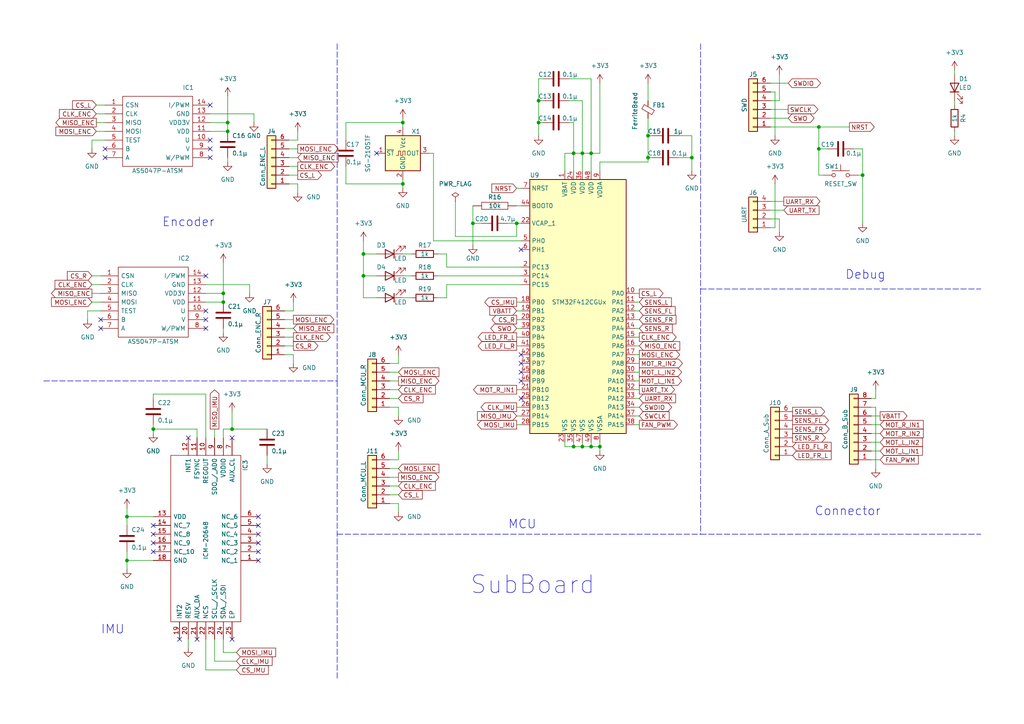
<source format=kicad_sch>
(kicad_sch (version 20211123) (generator eeschema)
  (paper "A4")
  (lib_symbols
    (symbol "Connector_Generic:Conn_01x04" (pin_names (offset 1.016) hide)
      (property "Reference" "J" (at 0 5.08 0))
      (property "Value" "Conn_01x04" (at 0 -7.62 0))
      (symbol "Conn_01x04_1_1"
        (pin passive line (at -5.08 2.54 0) (length 3.81) (name "Pin_1") (number "1"))
        (pin passive line (at -5.08 0 0) (length 3.81) (name "Pin_2") (number "2"))
        (pin passive line (at -5.08 -2.54 0) (length 3.81) (name "Pin_3") (number "3"))
        (pin passive line (at -5.08 -5.08 0) (length 3.81) (name "Pin_4") (number "4"))
      )
    )
    (symbol "Connector_Generic:Conn_01x06" (pin_names (offset 1.016) hide)
      (property "Reference" "J" (at 0 7.62 0))
      (property "Value" "Conn_01x06" (at 0 -10.16 0))
      (symbol "Conn_01x06_1_1"
        (pin passive line (at -5.08 5.08 0) (length 3.81) (name "Pin_1") (number "1"))
        (pin passive line (at -5.08 2.54 0) (length 3.81) (name "Pin_2") (number "2"))
        (pin passive line (at -5.08 0 0) (length 3.81) (name "Pin_3") (number "3"))
        (pin passive line (at -5.08 -2.54 0) (length 3.81) (name "Pin_4") (number "4"))
        (pin passive line (at -5.08 -5.08 0) (length 3.81) (name "Pin_5") (number "5"))
        (pin passive line (at -5.08 -7.62 0) (length 3.81) (name "Pin_6") (number "6"))
      )
    )
    (symbol "Connector_Generic:Conn_01x08" (pin_names (offset 1.016) hide)
      (property "Reference" "J" (at 0 10.16 0))
      (property "Value" "Conn_01x08" (at 0 -12.7 0))
      (symbol "Conn_01x08_1_1"
        (pin passive line (at -5.08 7.62 0) (length 3.81) (name "Pin_1") (number "1"))
        (pin passive line (at -5.08 5.08 0) (length 3.81) (name "Pin_2") (number "2"))
        (pin passive line (at -5.08 2.54 0) (length 3.81) (name "Pin_3") (number "3"))
        (pin passive line (at -5.08 0 0) (length 3.81) (name "Pin_4") (number "4"))
        (pin passive line (at -5.08 -2.54 0) (length 3.81) (name "Pin_5") (number "5"))
        (pin passive line (at -5.08 -5.08 0) (length 3.81) (name "Pin_6") (number "6"))
        (pin passive line (at -5.08 -7.62 0) (length 3.81) (name "Pin_7") (number "7"))
        (pin passive line (at -5.08 -10.16 0) (length 3.81) (name "Pin_8") (number "8"))
      )
    )
    (symbol "Device:C" (pin_numbers hide) (pin_names (offset 0.254))
      (property "Reference" "C" (at 0.635 2.54 0))
      (property "Value" "C" (at 0.635 -2.54 0))
      (symbol "C_1_1"
        (pin passive line (at 0 3.81 270) (length 2.794) (name "~") (number "1"))
        (pin passive line (at 0 -3.81 90) (length 2.794) (name "~") (number "2"))
      )
    )
    (symbol "Device:FerriteBead_Small" (pin_numbers hide) (pin_names (offset 0))
      (property "Reference" "FB" (at 1.905 1.27 0))
      (property "Value" "FerriteBead_Small" (at 1.905 -1.27 0))
      (symbol "FerriteBead_Small_1_1"
        (pin passive line (at 0 2.54 270) (length 1.27) (name "~") (number "1"))
        (pin passive line (at 0 -2.54 90) (length 1.27) (name "~") (number "2"))
      )
    )
    (symbol "Device:LED" (pin_numbers hide) (pin_names (offset 1.016) hide)
      (property "Reference" "D" (at 0 2.54 0))
      (property "Value" "LED" (at 0 -2.54 0))
      (symbol "LED_1_1"
        (pin passive line (at -3.81 0 0) (length 2.54) (name "K") (number "1"))
        (pin passive line (at 3.81 0 180) (length 2.54) (name "A") (number "2"))
      )
    )
    (symbol "Device:R" (pin_numbers hide) (pin_names (offset 0))
      (property "Reference" "R" (at 2.032 0 90))
      (property "Value" "R" (at 0 0 90))
      (symbol "R_1_1"
        (pin passive line (at 0 3.81 270) (length 1.27) (name "~") (number "1"))
        (pin passive line (at 0 -3.81 90) (length 1.27) (name "~") (number "2"))
      )
    )
    (symbol "MCU_ST_STM32F4:STM32F412CGUx"
      (property "Reference" "U" (at -15.24 36.83 0))
      (property "Value" "STM32F412CGUx" (at 7.62 36.83 0))
      (symbol "STM32F412CGUx_1_1"
        (pin power_in line (at -5.08 38.1 270) (length 2.54) (name "VBAT") (number "1"))
        (pin bidirectional line (at 15.24 2.54 180) (length 2.54) (name "PA0") (number "10"))
        (pin bidirectional line (at 15.24 0 180) (length 2.54) (name "PA1") (number "11"))
        (pin bidirectional line (at 15.24 -2.54 180) (length 2.54) (name "PA2") (number "12"))
        (pin bidirectional line (at 15.24 -5.08 180) (length 2.54) (name "PA3") (number "13"))
        (pin bidirectional line (at 15.24 -7.62 180) (length 2.54) (name "PA4") (number "14"))
        (pin bidirectional line (at 15.24 -10.16 180) (length 2.54) (name "PA5") (number "15"))
        (pin bidirectional line (at 15.24 -12.7 180) (length 2.54) (name "PA6") (number "16"))
        (pin bidirectional line (at 15.24 -15.24 180) (length 2.54) (name "PA7") (number "17"))
        (pin bidirectional line (at -17.78 0 0) (length 2.54) (name "PB0") (number "18"))
        (pin bidirectional line (at -17.78 -2.54 0) (length 2.54) (name "PB1") (number "19"))
        (pin bidirectional line (at -17.78 10.16 0) (length 2.54) (name "PC13") (number "2"))
        (pin bidirectional line (at -17.78 -5.08 0) (length 2.54) (name "PB2") (number "20"))
        (pin bidirectional line (at -17.78 -25.4 0) (length 2.54) (name "PB10") (number "21"))
        (pin power_in line (at -17.78 22.86 0) (length 2.54) (name "VCAP_1") (number "22"))
        (pin power_in line (at -5.08 -40.64 90) (length 2.54) (name "VSS") (number "23"))
        (pin power_in line (at -2.54 38.1 270) (length 2.54) (name "VDD") (number "24"))
        (pin bidirectional line (at -17.78 -27.94 0) (length 2.54) (name "PB12") (number "25"))
        (pin bidirectional line (at -17.78 -30.48 0) (length 2.54) (name "PB13") (number "26"))
        (pin bidirectional line (at -17.78 -33.02 0) (length 2.54) (name "PB14") (number "27"))
        (pin bidirectional line (at -17.78 -35.56 0) (length 2.54) (name "PB15") (number "28"))
        (pin bidirectional line (at 15.24 -17.78 180) (length 2.54) (name "PA8") (number "29"))
        (pin bidirectional line (at -17.78 7.62 0) (length 2.54) (name "PC14") (number "3"))
        (pin bidirectional line (at 15.24 -20.32 180) (length 2.54) (name "PA9") (number "30"))
        (pin bidirectional line (at 15.24 -22.86 180) (length 2.54) (name "PA10") (number "31"))
        (pin bidirectional line (at 15.24 -25.4 180) (length 2.54) (name "PA11") (number "32"))
        (pin bidirectional line (at 15.24 -27.94 180) (length 2.54) (name "PA12") (number "33"))
        (pin bidirectional line (at 15.24 -30.48 180) (length 2.54) (name "PA13") (number "34"))
        (pin power_in line (at -2.54 -40.64 90) (length 2.54) (name "VSS") (number "35"))
        (pin power_in line (at 0 38.1 270) (length 2.54) (name "VDD") (number "36"))
        (pin bidirectional line (at 15.24 -33.02 180) (length 2.54) (name "PA14") (number "37"))
        (pin bidirectional line (at 15.24 -35.56 180) (length 2.54) (name "PA15") (number "38"))
        (pin bidirectional line (at -17.78 -7.62 0) (length 2.54) (name "PB3") (number "39"))
        (pin bidirectional line (at -17.78 5.08 0) (length 2.54) (name "PC15") (number "4"))
        (pin bidirectional line (at -17.78 -10.16 0) (length 2.54) (name "PB4") (number "40"))
        (pin bidirectional line (at -17.78 -12.7 0) (length 2.54) (name "PB5") (number "41"))
        (pin bidirectional line (at -17.78 -15.24 0) (length 2.54) (name "PB6") (number "42"))
        (pin bidirectional line (at -17.78 -17.78 0) (length 2.54) (name "PB7") (number "43"))
        (pin input line (at -17.78 27.94 0) (length 2.54) (name "BOOT0") (number "44"))
        (pin bidirectional line (at -17.78 -20.32 0) (length 2.54) (name "PB8") (number "45"))
        (pin bidirectional line (at -17.78 -22.86 0) (length 2.54) (name "PB9") (number "46"))
        (pin power_in line (at 0 -40.64 90) (length 2.54) (name "VSS") (number "47"))
        (pin power_in line (at 2.54 38.1 270) (length 2.54) (name "VDD") (number "48"))
        (pin power_in line (at 2.54 -40.64 90) (length 2.54) (name "VSS") (number "49"))
        (pin input line (at -17.78 17.78 0) (length 2.54) (name "PH0") (number "5"))
        (pin input line (at -17.78 15.24 0) (length 2.54) (name "PH1") (number "6"))
        (pin input line (at -17.78 33.02 0) (length 2.54) (name "NRST") (number "7"))
        (pin power_in line (at 5.08 -40.64 90) (length 2.54) (name "VSSA") (number "8"))
        (pin power_in line (at 5.08 38.1 270) (length 2.54) (name "VDDA") (number "9"))
      )
    )
    (symbol "Oscillator:SG-210STF" (pin_names (offset 0.254))
      (property "Reference" "X" (at -5.08 6.35 0))
      (property "Value" "SG-210STF" (at 1.27 -6.35 0))
      (symbol "SG-210STF_1_1"
        (pin input line (at -7.62 0 0) (length 2.54) (name "~{ST}") (number "1"))
        (pin power_in line (at 0 -7.62 90) (length 2.54) (name "GND") (number "2"))
        (pin output line (at 7.62 0 180) (length 2.54) (name "OUT") (number "3"))
        (pin power_in line (at 0 7.62 270) (length 2.54) (name "Vcc") (number "4"))
      )
    )
    (symbol "SamacSys_Parts:AS5047P-ATSM" (pin_names (offset 0.762))
      (property "Reference" "IC" (at 26.67 7.62 0))
      (property "Value" "AS5047P-ATSM" (at 26.67 5.08 0))
      (symbol "AS5047P-ATSM_0_0"
        (pin passive line (at 0 0 0) (length 5.08) (name "CSN") (number "1"))
        (pin passive line (at 30.48 -10.16 180) (length 5.08) (name "U") (number "10"))
        (pin passive line (at 30.48 -7.62 180) (length 5.08) (name "VDD") (number "11"))
        (pin passive line (at 30.48 -5.08 180) (length 5.08) (name "VDD3V") (number "12"))
        (pin passive line (at 30.48 -2.54 180) (length 5.08) (name "GND") (number "13"))
        (pin passive line (at 30.48 0 180) (length 5.08) (name "I/PWM") (number "14"))
        (pin passive line (at 0 -2.54 0) (length 5.08) (name "CLK") (number "2"))
        (pin passive line (at 0 -5.08 0) (length 5.08) (name "MISO") (number "3"))
        (pin passive line (at 0 -7.62 0) (length 5.08) (name "MOSI") (number "4"))
        (pin passive line (at 0 -10.16 0) (length 5.08) (name "TEST") (number "5"))
        (pin passive line (at 0 -12.7 0) (length 5.08) (name "B") (number "6"))
        (pin passive line (at 0 -15.24 0) (length 5.08) (name "A") (number "7"))
        (pin passive line (at 30.48 -15.24 180) (length 5.08) (name "W/PWM") (number "8"))
        (pin passive line (at 30.48 -12.7 180) (length 5.08) (name "V") (number "9"))
      )
    )
    (symbol "SamacSys_Parts:ICM-20648" (pin_names (offset 0.762))
      (property "Reference" "IC" (at 26.67 22.86 0))
      (property "Value" "ICM-20648" (at 26.67 20.32 0))
      (symbol "ICM-20648_0_0"
        (pin passive line (at 0 0 0) (length 5.08) (name "NC_1") (number "1"))
        (pin passive line (at 15.24 -35.56 90) (length 5.08) (name "REGOUT") (number "10"))
        (pin passive line (at 17.78 -35.56 90) (length 5.08) (name "FSYNC") (number "11"))
        (pin passive line (at 20.32 -35.56 90) (length 5.08) (name "INT1") (number "12"))
        (pin passive line (at 30.48 -12.7 180) (length 5.08) (name "VDD") (number "13"))
        (pin passive line (at 30.48 -10.16 180) (length 5.08) (name "NC_7") (number "14"))
        (pin passive line (at 30.48 -7.62 180) (length 5.08) (name "NC_8") (number "15"))
        (pin passive line (at 30.48 -5.08 180) (length 5.08) (name "NC_9") (number "16"))
        (pin passive line (at 30.48 -2.54 180) (length 5.08) (name "NC_10") (number "17"))
        (pin passive line (at 30.48 0 180) (length 5.08) (name "GND") (number "18"))
        (pin passive line (at 22.86 22.86 270) (length 5.08) (name "INT2") (number "19"))
        (pin passive line (at 0 -2.54 0) (length 5.08) (name "NC_2") (number "2"))
        (pin passive line (at 20.32 22.86 270) (length 5.08) (name "RESV") (number "20"))
        (pin passive line (at 17.78 22.86 270) (length 5.08) (name "AUX_DA") (number "21"))
        (pin passive line (at 15.24 22.86 270) (length 5.08) (name "NCS") (number "22"))
        (pin passive line (at 12.7 22.86 270) (length 5.08) (name "SCL_/_SCLK") (number "23"))
        (pin passive line (at 10.16 22.86 270) (length 5.08) (name "SDA_/_SDI") (number "24"))
        (pin passive line (at 7.62 22.86 270) (length 5.08) (name "EP") (number "25"))
        (pin passive line (at 0 -5.08 0) (length 5.08) (name "NC_3") (number "3"))
        (pin passive line (at 0 -7.62 0) (length 5.08) (name "NC_4") (number "4"))
        (pin passive line (at 0 -10.16 0) (length 5.08) (name "NC_5") (number "5"))
        (pin passive line (at 0 -12.7 0) (length 5.08) (name "NC_6") (number "6"))
        (pin passive line (at 7.62 -35.56 90) (length 5.08) (name "AUX_CL") (number "7"))
        (pin passive line (at 10.16 -35.56 90) (length 5.08) (name "VDDIO") (number "8"))
        (pin passive line (at 12.7 -35.56 90) (length 5.08) (name "SDO_/_AD0") (number "9"))
      )
    )
    (symbol "Switch:SW_Push" (pin_numbers hide) (pin_names (offset 1.016) hide)
      (property "Reference" "SW" (at 1.27 2.54 0))
      (property "Value" "SW_Push" (at 0 -1.524 0))
      (symbol "SW_Push_0_1"
        (pin passive line (at -5.08 0 0) (length 2.54) (name "1") (number "1"))
        (pin passive line (at 5.08 0 180) (length 2.54) (name "2") (number "2"))
      )
    )
    (symbol "power:+3.3V" (power) (pin_names (offset 0))
      (property "Value" "+3.3V" (at 0 3.556 0))
      (symbol "+3.3V_1_1"
        (pin power_in line (at 0 0 90) (length 0) hide (name "+3V3") (number "1"))
      )
    )
    (symbol "power:+3V3" (power) (pin_names (offset 0))
      (property "Value" "+3V3" (at 0 3.556 0))
      (symbol "+3V3_1_1"
        (pin power_in line (at 0 0 90) (length 0) hide (name "+3V3") (number "1"))
      )
    )
    (symbol "power:GND" (power) (pin_names (offset 0))
      (property "Value" "GND" (at 0 -3.81 0))
      (symbol "GND_1_1"
        (pin power_in line (at 0 0 270) (length 0) hide (name "GND") (number "1"))
      )
    )
    (symbol "power:PWR_FLAG" (power) (pin_numbers hide) (pin_names (offset 0) hide)
      (property "Value" "PWR_FLAG" (at 0 3.81 0))
      (symbol "PWR_FLAG_0_0"
        (pin power_out line (at 0 0 90) (length 0) (name "pwr") (number "1"))
      )
    )
    (symbol "pspice:R" (pin_numbers hide) (pin_names (offset 0))
      (property "Reference" "R" (at 2.032 0 90))
      (property "Value" "R" (at 0 0 90))
      (symbol "R_1_1"
        (pin passive line (at 0 6.35 270) (length 2.54) (name "~") (number "1"))
        (pin passive line (at 0 -6.35 90) (length 2.54) (name "~") (number "2"))
      )
    )
  )
  (junction (at 168.91 129.54))
  (junction (at 237.49 43.18))
  (junction (at 237.49 36.83))
  (junction (at 66.04 38.1))
  (junction (at 168.91 44.45))
  (junction (at 200.66 45.72))
  (junction (at 105.41 73.66))
  (junction (at 64.77 87.63))
  (junction (at 250.19 50.8))
  (junction (at 156.21 29.21))
  (junction (at 171.45 129.54))
  (junction (at 44.45 124.46))
  (junction (at 116.84 53.34))
  (junction (at 173.99 129.54))
  (junction (at 166.37 129.54))
  (junction (at 156.21 35.56))
  (junction (at 137.16 64.77))
  (junction (at 166.37 44.45))
  (junction (at 67.31 124.46))
  (junction (at 105.41 80.01))
  (junction (at 187.96 45.72))
  (junction (at 171.45 44.45))
  (junction (at 36.83 162.56))
  (junction (at 149.86 64.77))
  (junction (at 116.84 35.56))
  (junction (at 66.04 35.56))
  (junction (at 187.96 39.37))
  (junction (at 36.83 149.86))
  (junction (at 64.77 85.09))
  (no_connect (at 151.13 115.57))
  (no_connect (at 151.13 102.87))
  (no_connect (at 151.13 72.39))
  (no_connect (at 151.13 105.41))
  (no_connect (at 151.13 110.49))
  (no_connect (at 151.13 107.95))
  (no_connect (at 67.31 185.42))
  (no_connect (at 57.15 185.42))
  (no_connect (at 52.07 185.42))
  (no_connect (at 44.45 160.02))
  (no_connect (at 74.93 152.4))
  (no_connect (at 74.93 162.56))
  (no_connect (at 74.93 149.86))
  (no_connect (at 54.61 127))
  (no_connect (at 74.93 160.02))
  (no_connect (at 74.93 157.48))
  (no_connect (at 74.93 154.94))
  (no_connect (at 67.31 127))
  (no_connect (at 44.45 154.94))
  (no_connect (at 44.45 152.4))
  (no_connect (at 44.45 157.48))
  (no_connect (at 109.22 44.45))
  (no_connect (at 59.69 80.01))
  (no_connect (at 60.96 30.48))
  (no_connect (at 60.96 45.72))
  (no_connect (at 60.96 43.18))
  (no_connect (at 60.96 40.64))
  (no_connect (at 30.48 43.18))
  (no_connect (at 30.48 45.72))
  (no_connect (at 59.69 90.17))
  (no_connect (at 59.69 92.71))
  (no_connect (at 59.69 95.25))
  (no_connect (at 29.21 95.25))
  (no_connect (at 29.21 92.71))
  (wire (pts (xy 116.84 35.56) (xy 100.33 35.56)))
  (wire (pts (xy 83.82 50.8) (xy 86.36 50.8)))
  (wire (pts (xy 64.77 95.25) (xy 64.77 96.52)))
  (wire (pts (xy 72.39 82.55) (xy 72.39 85.09)))
  (wire (pts (xy 237.49 36.83) (xy 237.49 43.18)))
  (wire (pts (xy 125.73 44.45) (xy 125.73 69.85)))
  (wire (pts (xy 252.73 115.57) (xy 254 115.57)))
  (wire (pts (xy 149.86 95.25) (xy 151.13 95.25)))
  (wire (pts (xy 187.96 45.72) (xy 189.23 45.72)))
  (wire (pts (xy 59.69 185.42) (xy 59.69 194.31)))
  (wire (pts (xy 54.61 185.42) (xy 54.61 187.96)))
  (wire (pts (xy 62.23 185.42) (xy 62.23 191.77)))
  (wire (pts (xy 149.86 113.03) (xy 151.13 113.03)))
  (wire (pts (xy 149.86 90.17) (xy 151.13 90.17)))
  (wire (pts (xy 184.15 113.03) (xy 185.42 113.03)))
  (wire (pts (xy 276.86 29.21) (xy 276.86 30.48)))
  (wire (pts (xy 157.48 35.56) (xy 156.21 35.56)))
  (wire (pts (xy 25.4 92.71) (xy 25.4 90.17)))
  (wire (pts (xy 223.52 58.42) (xy 227.33 58.42)))
  (wire (pts (xy 115.57 130.81) (xy 115.57 133.35)))
  (wire (pts (xy 82.55 100.33) (xy 85.09 100.33)))
  (wire (pts (xy 66.04 27.94) (xy 66.04 35.56)))
  (wire (pts (xy 185.42 85.09) (xy 184.15 85.09)))
  (wire (pts (xy 105.41 86.36) (xy 109.22 86.36)))
  (wire (pts (xy 187.96 46.99) (xy 187.96 45.72)))
  (wire (pts (xy 147.32 64.77) (xy 149.86 64.77)))
  (wire (pts (xy 149.86 123.19) (xy 151.13 123.19)))
  (wire (pts (xy 166.37 128.27) (xy 166.37 129.54)))
  (wire (pts (xy 149.86 87.63) (xy 151.13 87.63)))
  (polyline (pts (xy 12.7 110.49) (xy 97.79 110.49)))
  (wire (pts (xy 113.03 146.05) (xy 115.57 146.05)))
  (wire (pts (xy 185.42 90.17) (xy 184.15 90.17)))
  (wire (pts (xy 67.31 124.46) (xy 77.47 124.46)))
  (wire (pts (xy 60.96 38.1) (xy 66.04 38.1)))
  (wire (pts (xy 223.52 66.04) (xy 224.79 66.04)))
  (wire (pts (xy 113.03 135.89) (xy 115.57 135.89)))
  (wire (pts (xy 59.69 114.3) (xy 59.69 127)))
  (wire (pts (xy 200.66 45.72) (xy 200.66 49.53)))
  (wire (pts (xy 26.67 80.01) (xy 29.21 80.01)))
  (polyline (pts (xy 203.2 12.7) (xy 203.2 83.82)))
  (wire (pts (xy 255.27 120.65) (xy 252.73 120.65)))
  (wire (pts (xy 165.1 22.86) (xy 171.45 22.86)))
  (wire (pts (xy 163.83 129.54) (xy 166.37 129.54)))
  (wire (pts (xy 115.57 118.11) (xy 115.57 120.65)))
  (wire (pts (xy 127 73.66) (xy 129.54 73.66)))
  (wire (pts (xy 59.69 82.55) (xy 72.39 82.55)))
  (wire (pts (xy 129.54 82.55) (xy 129.54 86.36)))
  (wire (pts (xy 166.37 35.56) (xy 165.1 35.56)))
  (wire (pts (xy 27.94 33.02) (xy 30.48 33.02)))
  (wire (pts (xy 223.52 36.83) (xy 237.49 36.83)))
  (wire (pts (xy 252.73 133.35) (xy 255.27 133.35)))
  (wire (pts (xy 226.06 63.5) (xy 223.52 63.5)))
  (wire (pts (xy 64.77 85.09) (xy 64.77 87.63)))
  (wire (pts (xy 228.6 34.29) (xy 223.52 34.29)))
  (wire (pts (xy 105.41 80.01) (xy 109.22 80.01)))
  (wire (pts (xy 185.42 123.19) (xy 184.15 123.19)))
  (wire (pts (xy 252.73 123.19) (xy 255.27 123.19)))
  (wire (pts (xy 184.15 120.65) (xy 185.42 120.65)))
  (wire (pts (xy 82.55 95.25) (xy 85.09 95.25)))
  (wire (pts (xy 36.83 149.86) (xy 44.45 149.86)))
  (polyline (pts (xy 97.79 154.94) (xy 203.2 154.94)))
  (wire (pts (xy 168.91 29.21) (xy 168.91 44.45)))
  (wire (pts (xy 184.15 102.87) (xy 185.42 102.87)))
  (wire (pts (xy 224.79 26.67) (xy 224.79 39.37)))
  (wire (pts (xy 185.42 95.25) (xy 184.15 95.25)))
  (wire (pts (xy 66.04 45.72) (xy 66.04 46.99)))
  (wire (pts (xy 184.15 100.33) (xy 185.42 100.33)))
  (wire (pts (xy 59.69 194.31) (xy 68.58 194.31)))
  (wire (pts (xy 66.04 35.56) (xy 60.96 35.56)))
  (wire (pts (xy 171.45 44.45) (xy 171.45 49.53)))
  (wire (pts (xy 127 80.01) (xy 151.13 80.01)))
  (wire (pts (xy 44.45 115.57) (xy 44.45 114.3)))
  (wire (pts (xy 173.99 46.99) (xy 173.99 49.53)))
  (wire (pts (xy 82.55 102.87) (xy 85.09 102.87)))
  (wire (pts (xy 116.84 80.01) (xy 119.38 80.01)))
  (wire (pts (xy 157.48 29.21) (xy 156.21 29.21)))
  (wire (pts (xy 252.73 130.81) (xy 255.27 130.81)))
  (polyline (pts (xy 203.2 83.82) (xy 203.2 154.94)))
  (wire (pts (xy 60.96 33.02) (xy 73.66 33.02)))
  (wire (pts (xy 26.67 40.64) (xy 30.48 40.64)))
  (wire (pts (xy 276.86 38.1) (xy 276.86 39.37)))
  (wire (pts (xy 77.47 132.08) (xy 77.47 134.62)))
  (wire (pts (xy 137.16 64.77) (xy 137.16 59.69)))
  (wire (pts (xy 187.96 34.29) (xy 187.96 39.37)))
  (wire (pts (xy 223.52 29.21) (xy 226.06 29.21)))
  (wire (pts (xy 105.41 80.01) (xy 105.41 86.36)))
  (wire (pts (xy 250.19 50.8) (xy 250.19 64.77)))
  (wire (pts (xy 64.77 189.23) (xy 68.58 189.23)))
  (wire (pts (xy 226.06 63.5) (xy 226.06 67.31)))
  (wire (pts (xy 116.84 35.56) (xy 116.84 36.83)))
  (wire (pts (xy 57.15 127) (xy 57.15 124.46)))
  (wire (pts (xy 185.42 110.49) (xy 184.15 110.49)))
  (wire (pts (xy 157.48 22.86) (xy 156.21 22.86)))
  (wire (pts (xy 166.37 44.45) (xy 166.37 49.53)))
  (wire (pts (xy 168.91 128.27) (xy 168.91 129.54)))
  (wire (pts (xy 62.23 124.46) (xy 62.23 127)))
  (wire (pts (xy 163.83 128.27) (xy 163.83 129.54)))
  (wire (pts (xy 82.55 92.71) (xy 85.09 92.71)))
  (wire (pts (xy 26.67 87.63) (xy 29.21 87.63)))
  (wire (pts (xy 64.77 85.09) (xy 59.69 85.09)))
  (wire (pts (xy 116.84 86.36) (xy 119.38 86.36)))
  (wire (pts (xy 113.03 140.97) (xy 115.57 140.97)))
  (wire (pts (xy 250.19 43.18) (xy 247.65 43.18)))
  (wire (pts (xy 64.77 185.42) (xy 64.77 189.23)))
  (wire (pts (xy 26.67 43.18) (xy 26.67 40.64)))
  (wire (pts (xy 27.94 38.1) (xy 30.48 38.1)))
  (wire (pts (xy 26.67 85.09) (xy 29.21 85.09)))
  (wire (pts (xy 115.57 105.41) (xy 113.03 105.41)))
  (wire (pts (xy 66.04 35.56) (xy 66.04 38.1)))
  (wire (pts (xy 149.86 68.58) (xy 149.86 64.77)))
  (wire (pts (xy 26.67 82.55) (xy 29.21 82.55)))
  (wire (pts (xy 44.45 162.56) (xy 36.83 162.56)))
  (wire (pts (xy 237.49 43.18) (xy 240.03 43.18)))
  (wire (pts (xy 115.57 133.35) (xy 113.03 133.35)))
  (wire (pts (xy 166.37 35.56) (xy 166.37 44.45)))
  (wire (pts (xy 224.79 26.67) (xy 223.52 26.67)))
  (wire (pts (xy 105.41 69.85) (xy 105.41 73.66)))
  (wire (pts (xy 100.33 48.26) (xy 100.33 53.34)))
  (wire (pts (xy 226.06 21.59) (xy 226.06 29.21)))
  (wire (pts (xy 129.54 86.36) (xy 127 86.36)))
  (wire (pts (xy 124.46 44.45) (xy 125.73 44.45)))
  (wire (pts (xy 184.15 115.57) (xy 185.42 115.57)))
  (wire (pts (xy 237.49 50.8) (xy 238.76 50.8)))
  (wire (pts (xy 113.03 143.51) (xy 115.57 143.51)))
  (wire (pts (xy 228.6 31.75) (xy 223.52 31.75)))
  (wire (pts (xy 59.69 87.63) (xy 64.77 87.63)))
  (wire (pts (xy 116.84 34.29) (xy 116.84 35.56)))
  (wire (pts (xy 149.86 97.79) (xy 151.13 97.79)))
  (wire (pts (xy 168.91 129.54) (xy 171.45 129.54)))
  (wire (pts (xy 116.84 53.34) (xy 116.84 54.61)))
  (wire (pts (xy 173.99 129.54) (xy 173.99 130.81)))
  (wire (pts (xy 187.96 45.72) (xy 187.96 39.37)))
  (wire (pts (xy 184.15 107.95) (xy 185.42 107.95)))
  (wire (pts (xy 57.15 124.46) (xy 44.45 124.46)))
  (wire (pts (xy 223.52 60.96) (xy 227.33 60.96)))
  (wire (pts (xy 173.99 44.45) (xy 171.45 44.45)))
  (wire (pts (xy 86.36 40.64) (xy 83.82 40.64)))
  (wire (pts (xy 36.83 149.86) (xy 36.83 152.4)))
  (wire (pts (xy 85.09 90.17) (xy 82.55 90.17)))
  (wire (pts (xy 165.1 29.21) (xy 168.91 29.21)))
  (wire (pts (xy 187.96 24.13) (xy 187.96 29.21)))
  (wire (pts (xy 252.73 128.27) (xy 255.27 128.27)))
  (wire (pts (xy 184.15 97.79) (xy 185.42 97.79)))
  (polyline (pts (xy 97.79 12.7) (xy 97.79 110.49)))
  (wire (pts (xy 132.08 68.58) (xy 149.86 68.58)))
  (wire (pts (xy 185.42 105.41) (xy 184.15 105.41)))
  (polyline (pts (xy 203.2 83.82) (xy 284.48 83.82)))
  (wire (pts (xy 156.21 35.56) (xy 156.21 39.37)))
  (wire (pts (xy 64.77 76.2) (xy 64.77 85.09)))
  (wire (pts (xy 44.45 123.19) (xy 44.45 124.46)))
  (wire (pts (xy 196.85 45.72) (xy 200.66 45.72)))
  (wire (pts (xy 156.21 35.56) (xy 156.21 29.21)))
  (wire (pts (xy 171.45 44.45) (xy 168.91 44.45)))
  (polyline (pts (xy 203.2 154.94) (xy 284.48 154.94)))
  (wire (pts (xy 64.77 124.46) (xy 67.31 124.46)))
  (wire (pts (xy 86.36 38.1) (xy 86.36 40.64)))
  (wire (pts (xy 228.6 24.13) (xy 223.52 24.13)))
  (wire (pts (xy 100.33 53.34) (xy 116.84 53.34)))
  (wire (pts (xy 224.79 66.04) (xy 224.79 53.34)))
  (wire (pts (xy 64.77 127) (xy 64.77 124.46)))
  (wire (pts (xy 86.36 53.34) (xy 86.36 55.88)))
  (wire (pts (xy 115.57 146.05) (xy 115.57 148.59)))
  (wire (pts (xy 163.83 44.45) (xy 163.83 49.53)))
  (wire (pts (xy 168.91 44.45) (xy 168.91 49.53)))
  (wire (pts (xy 173.99 128.27) (xy 173.99 129.54)))
  (wire (pts (xy 189.23 39.37) (xy 187.96 39.37)))
  (wire (pts (xy 185.42 87.63) (xy 184.15 87.63)))
  (wire (pts (xy 36.83 147.32) (xy 36.83 149.86)))
  (wire (pts (xy 132.08 58.42) (xy 132.08 68.58)))
  (wire (pts (xy 113.03 107.95) (xy 115.57 107.95)))
  (wire (pts (xy 116.84 73.66) (xy 119.38 73.66)))
  (wire (pts (xy 200.66 39.37) (xy 200.66 45.72)))
  (wire (pts (xy 248.92 50.8) (xy 250.19 50.8)))
  (wire (pts (xy 171.45 129.54) (xy 173.99 129.54)))
  (wire (pts (xy 237.49 43.18) (xy 237.49 50.8)))
  (wire (pts (xy 27.94 35.56) (xy 30.48 35.56)))
  (wire (pts (xy 149.86 54.61) (xy 151.13 54.61)))
  (wire (pts (xy 116.84 52.07) (xy 116.84 53.34)))
  (wire (pts (xy 173.99 46.99) (xy 187.96 46.99)))
  (wire (pts (xy 73.66 33.02) (xy 73.66 35.56)))
  (wire (pts (xy 237.49 36.83) (xy 246.38 36.83)))
  (wire (pts (xy 149.86 100.33) (xy 151.13 100.33)))
  (wire (pts (xy 67.31 124.46) (xy 67.31 119.38)))
  (wire (pts (xy 184.15 118.11) (xy 185.42 118.11)))
  (wire (pts (xy 62.23 191.77) (xy 68.58 191.77)))
  (wire (pts (xy 168.91 44.45) (xy 166.37 44.45)))
  (wire (pts (xy 185.42 92.71) (xy 184.15 92.71)))
  (wire (pts (xy 83.82 53.34) (xy 86.36 53.34)))
  (wire (pts (xy 36.83 162.56) (xy 36.83 165.1)))
  (wire (pts (xy 100.33 35.56) (xy 100.33 40.64)))
  (wire (pts (xy 25.4 90.17) (xy 29.21 90.17)))
  (wire (pts (xy 129.54 77.47) (xy 129.54 73.66)))
  (wire (pts (xy 149.86 118.11) (xy 151.13 118.11)))
  (wire (pts (xy 173.99 24.13) (xy 173.99 44.45)))
  (polyline (pts (xy 97.79 110.49) (xy 97.79 196.85)))
  (wire (pts (xy 166.37 129.54) (xy 168.91 129.54)))
  (wire (pts (xy 151.13 77.47) (xy 129.54 77.47)))
  (wire (pts (xy 85.09 87.63) (xy 85.09 90.17)))
  (wire (pts (xy 151.13 82.55) (xy 129.54 82.55)))
  (wire (pts (xy 44.45 124.46) (xy 44.45 125.73)))
  (wire (pts (xy 36.83 160.02) (xy 36.83 162.56)))
  (wire (pts (xy 139.7 64.77) (xy 137.16 64.77)))
  (wire (pts (xy 105.41 73.66) (xy 105.41 80.01)))
  (wire (pts (xy 83.82 48.26) (xy 86.36 48.26)))
  (wire (pts (xy 156.21 29.21) (xy 156.21 22.86)))
  (wire (pts (xy 276.86 20.32) (xy 276.86 21.59)))
  (wire (pts (xy 125.73 69.85) (xy 151.13 69.85)))
  (wire (pts (xy 254 118.11) (xy 252.73 118.11)))
  (wire (pts (xy 171.45 128.27) (xy 171.45 129.54)))
  (wire (pts (xy 171.45 22.86) (xy 171.45 44.45)))
  (wire (pts (xy 113.03 113.03) (xy 115.57 113.03)))
  (wire (pts (xy 83.82 43.18) (xy 86.36 43.18)))
  (wire (pts (xy 44.45 114.3) (xy 59.69 114.3)))
  (wire (pts (xy 254 118.11) (xy 254 135.89)))
  (wire (pts (xy 113.03 115.57) (xy 115.57 115.57)))
  (wire (pts (xy 113.03 110.49) (xy 115.57 110.49)))
  (wire (pts (xy 115.57 102.87) (xy 115.57 105.41)))
  (wire (pts (xy 252.73 125.73) (xy 255.27 125.73)))
  (wire (pts (xy 113.03 138.43) (xy 115.57 138.43)))
  (wire (pts (xy 250.19 43.18) (xy 250.19 50.8)))
  (wire (pts (xy 105.41 73.66) (xy 109.22 73.66)))
  (wire (pts (xy 149.86 59.69) (xy 151.13 59.69)))
  (wire (pts (xy 166.37 44.45) (xy 163.83 44.45)))
  (wire (pts (xy 137.16 64.77) (xy 137.16 71.12)))
  (wire (pts (xy 113.03 118.11) (xy 115.57 118.11)))
  (wire (pts (xy 149.86 120.65) (xy 151.13 120.65)))
  (wire (pts (xy 82.55 97.79) (xy 85.09 97.79)))
  (wire (pts (xy 27.94 30.48) (xy 30.48 30.48)))
  (wire (pts (xy 85.09 102.87) (xy 85.09 105.41)))
  (wire (pts (xy 149.86 64.77) (xy 151.13 64.77)))
  (wire (pts (xy 196.85 39.37) (xy 200.66 39.37)))
  (wire (pts (xy 83.82 45.72) (xy 86.36 45.72)))
  (wire (pts (xy 254 115.57) (xy 254 113.03)))
  (wire (pts (xy 149.86 92.71) (xy 151.13 92.71)))
  (text "Connector" (at 236.22 149.86 0) (effects (font (size 2.54 2.54)) (justify left bottom)))
  (text "Debug" (at 245.11 81.28 0) (effects (font (size 2.54 2.54)) (justify left bottom)))
  (text "MCU" (at 147.32 153.67 0) (effects (font (size 2.54 2.54)) (justify left bottom)))
  (text "Encoder" (at 46.99 66.04 0) (effects (font (size 2.54 2.54)) (justify left bottom)))
  (text "IMU" (at 29.21 184.15 0) (effects (font (size 2.54 2.54)) (justify left bottom)))
  (text "SubBoard" (at 172.72 172.72 180) (effects (font (size 5.11 5.11)) (justify right bottom)))
  (global_label "LED_FR_L" (shape input) (at 229.87 132.08 0) (property "Intersheet References" "${INTERSHEET_REFS}" (effects hide)))
  (global_label "SENS_FL" (shape output) (at 229.87 121.92 0) (property "Intersheet References" "${INTERSHEET_REFS}" (effects hide)))
  (global_label "SENS_FR" (shape output) (at 229.87 124.46 0) (property "Intersheet References" "${INTERSHEET_REFS}" (effects hide)))
  (global_label "MOT_R_IN2" (shape output) (at 185.42 105.41 0) (property "Intersheet References" "${INTERSHEET_REFS}" (effects hide)))
  (global_label "SWDIO" (shape bidirectional) (at 185.42 118.11 0) (property "Intersheet References" "${INTERSHEET_REFS}" (effects hide)))
  (global_label "SWO" (shape bidirectional) (at 149.86 95.25 180) (property "Intersheet References" "${INTERSHEET_REFS}" (effects hide)))
  (global_label "SWO" (shape bidirectional) (at 228.6 34.29 0) (property "Intersheet References" "${INTERSHEET_REFS}" (effects hide)))
  (global_label "CLK_ENC" (shape input) (at 115.57 113.03 0) (property "Intersheet References" "${INTERSHEET_REFS}" (effects hide)))
  (global_label "MOSI_IMU" (shape input) (at 68.58 189.23 0) (property "Intersheet References" "${INTERSHEET_REFS}" (effects hide)))
  (global_label "SENS_FR" (shape input) (at 185.42 92.71 0) (property "Intersheet References" "${INTERSHEET_REFS}" (effects hide)))
  (global_label "CLK_ENC" (shape input) (at 115.57 140.97 0) (property "Intersheet References" "${INTERSHEET_REFS}" (effects hide)))
  (global_label "SENS_L" (shape input) (at 185.42 87.63 0) (property "Intersheet References" "${INTERSHEET_REFS}" (effects hide)))
  (global_label "MISO_ENC" (shape input) (at 185.42 100.33 0) (property "Intersheet References" "${INTERSHEET_REFS}" (effects hide)))
  (global_label "CLK_ENC" (shape output) (at 85.09 97.79 0) (property "Intersheet References" "${INTERSHEET_REFS}" (effects hide)))
  (global_label "MISO_ENC" (shape output) (at 27.94 35.56 180) (property "Intersheet References" "${INTERSHEET_REFS}" (effects hide)))
  (global_label "CS_IMU" (shape output) (at 149.86 87.63 180) (property "Intersheet References" "${INTERSHEET_REFS}" (effects hide)))
  (global_label "UART_TX" (shape output) (at 185.42 113.03 0) (property "Intersheet References" "${INTERSHEET_REFS}" (effects hide)))
  (global_label "CS_L" (shape output) (at 185.42 85.09 0) (property "Intersheet References" "${INTERSHEET_REFS}" (effects hide)))
  (global_label "UART_RX" (shape input) (at 185.42 115.57 0) (property "Intersheet References" "${INTERSHEET_REFS}" (effects hide)))
  (global_label "MOT_L_IN2" (shape output) (at 185.42 107.95 0) (property "Intersheet References" "${INTERSHEET_REFS}" (effects hide)))
  (global_label "SENS_R" (shape input) (at 185.42 95.25 0) (property "Intersheet References" "${INTERSHEET_REFS}" (effects hide)))
  (global_label "LED_FL_R" (shape input) (at 229.87 129.54 0) (property "Intersheet References" "${INTERSHEET_REFS}" (effects hide)))
  (global_label "VBATT" (shape output) (at 255.27 120.65 0) (property "Intersheet References" "${INTERSHEET_REFS}" (effects hide)))
  (global_label "MOT_R_IN2" (shape input) (at 255.27 125.73 0) (property "Intersheet References" "${INTERSHEET_REFS}" (effects hide)))
  (global_label "LED_FL_R" (shape output) (at 149.86 100.33 180) (property "Intersheet References" "${INTERSHEET_REFS}" (effects hide)))
  (global_label "MOSI_IMU" (shape output) (at 149.86 123.19 180) (property "Intersheet References" "${INTERSHEET_REFS}" (effects hide)))
  (global_label "MISO_IMU" (shape input) (at 149.86 120.65 180) (property "Intersheet References" "${INTERSHEET_REFS}" (effects hide)))
  (global_label "MOSI_ENC" (shape output) (at 185.42 102.87 0) (property "Intersheet References" "${INTERSHEET_REFS}" (effects hide)))
  (global_label "CS_R" (shape output) (at 85.09 100.33 0) (property "Intersheet References" "${INTERSHEET_REFS}" (effects hide)))
  (global_label "MOT_L_IN1" (shape output) (at 185.42 110.49 0) (property "Intersheet References" "${INTERSHEET_REFS}" (effects hide)))
  (global_label "MOSI_ENC" (shape output) (at 85.09 92.71 0) (property "Intersheet References" "${INTERSHEET_REFS}" (effects hide)))
  (global_label "SWDIO" (shape bidirectional) (at 228.6 24.13 0) (property "Intersheet References" "${INTERSHEET_REFS}" (effects hide)))
  (global_label "MOSI_ENC" (shape input) (at 26.67 87.63 180) (property "Intersheet References" "${INTERSHEET_REFS}" (effects hide)))
  (global_label "MISO_ENC" (shape output) (at 115.57 110.49 0) (property "Intersheet References" "${INTERSHEET_REFS}" (effects hide)))
  (global_label "SWCLK" (shape input) (at 185.42 120.65 0) (property "Intersheet References" "${INTERSHEET_REFS}" (effects hide)))
  (global_label "MOSI_ENC" (shape input) (at 27.94 38.1 180) (property "Intersheet References" "${INTERSHEET_REFS}" (effects hide)))
  (global_label "CS_L" (shape input) (at 27.94 30.48 180) (property "Intersheet References" "${INTERSHEET_REFS}" (effects hide)))
  (global_label "MISO_ENC" (shape input) (at 85.09 95.25 0) (property "Intersheet References" "${INTERSHEET_REFS}" (effects hide)))
  (global_label "SENS_R" (shape output) (at 229.87 127 0) (property "Intersheet References" "${INTERSHEET_REFS}" (effects hide)))
  (global_label "MOT_R_IN1" (shape input) (at 255.27 123.19 0) (property "Intersheet References" "${INTERSHEET_REFS}" (effects hide)))
  (global_label "CS_IMU" (shape input) (at 68.58 194.31 0) (property "Intersheet References" "${INTERSHEET_REFS}" (effects hide)))
  (global_label "FAN_PWM" (shape input) (at 255.27 133.35 0) (property "Intersheet References" "${INTERSHEET_REFS}" (effects hide)))
  (global_label "MOT_L_IN1" (shape input) (at 255.27 130.81 0) (property "Intersheet References" "${INTERSHEET_REFS}" (effects hide)))
  (global_label "MOT_R_IN1" (shape output) (at 149.86 113.03 180) (property "Intersheet References" "${INTERSHEET_REFS}" (effects hide)))
  (global_label "MOSI_ENC" (shape input) (at 115.57 135.89 0) (property "Intersheet References" "${INTERSHEET_REFS}" (effects hide)))
  (global_label "MISO_ENC" (shape output) (at 26.67 85.09 180) (property "Intersheet References" "${INTERSHEET_REFS}" (effects hide)))
  (global_label "CLK_ENC" (shape output) (at 185.42 97.79 0) (property "Intersheet References" "${INTERSHEET_REFS}" (effects hide)))
  (global_label "CLK_ENC" (shape input) (at 27.94 33.02 180) (property "Intersheet References" "${INTERSHEET_REFS}" (effects hide)))
  (global_label "UART_TX" (shape input) (at 227.33 60.96 0) (property "Intersheet References" "${INTERSHEET_REFS}" (effects hide)))
  (global_label "VBATT" (shape input) (at 149.86 90.17 180) (property "Intersheet References" "${INTERSHEET_REFS}" (effects hide)))
  (global_label "FAN_PWM" (shape output) (at 185.42 123.19 0) (property "Intersheet References" "${INTERSHEET_REFS}" (effects hide)))
  (global_label "MISO_ENC" (shape output) (at 115.57 138.43 0) (property "Intersheet References" "${INTERSHEET_REFS}" (effects hide)))
  (global_label "CS_R" (shape output) (at 149.86 92.71 180) (property "Intersheet References" "${INTERSHEET_REFS}" (effects hide)))
  (global_label "LED_FR_L" (shape output) (at 149.86 97.79 180) (property "Intersheet References" "${INTERSHEET_REFS}" (effects hide)))
  (global_label "UART_RX" (shape output) (at 227.33 58.42 0) (property "Intersheet References" "${INTERSHEET_REFS}" (effects hide)))
  (global_label "SWCLK" (shape output) (at 228.6 31.75 0) (property "Intersheet References" "${INTERSHEET_REFS}" (effects hide)))
  (global_label "CS_R" (shape input) (at 115.57 115.57 0) (property "Intersheet References" "${INTERSHEET_REFS}" (effects hide)))
  (global_label "CLK_ENC" (shape input) (at 26.67 82.55 180) (property "Intersheet References" "${INTERSHEET_REFS}" (effects hide)))
  (global_label "MOT_L_IN2" (shape input) (at 255.27 128.27 0) (property "Intersheet References" "${INTERSHEET_REFS}" (effects hide)))
  (global_label "MISO_IMU" (shape output) (at 62.23 124.46 90) (property "Intersheet References" "${INTERSHEET_REFS}" (effects hide)))
  (global_label "MOSI_ENC" (shape output) (at 86.36 43.18 0) (property "Intersheet References" "${INTERSHEET_REFS}" (effects hide)))
  (global_label "CS_L" (shape output) (at 86.36 50.8 0) (property "Intersheet References" "${INTERSHEET_REFS}" (effects hide)))
  (global_label "CLK_IMU" (shape input) (at 68.58 191.77 0) (property "Intersheet References" "${INTERSHEET_REFS}" (effects hide)))
  (global_label "CS_R" (shape input) (at 26.67 80.01 180) (property "Intersheet References" "${INTERSHEET_REFS}" (effects hide)))
  (global_label "NRST" (shape input) (at 149.86 54.61 180) (property "Intersheet References" "${INTERSHEET_REFS}" (effects hide)))
  (global_label "NRST" (shape output) (at 246.38 36.83 0) (property "Intersheet References" "${INTERSHEET_REFS}" (effects hide)))
  (global_label "CLK_ENC" (shape output) (at 86.36 48.26 0) (property "Intersheet References" "${INTERSHEET_REFS}" (effects hide)))
  (global_label "MOSI_ENC" (shape input) (at 115.57 107.95 0) (property "Intersheet References" "${INTERSHEET_REFS}" (effects hide)))
  (global_label "CLK_IMU" (shape output) (at 149.86 118.11 180) (property "Intersheet References" "${INTERSHEET_REFS}" (effects hide)))
  (global_label "CS_L" (shape input) (at 115.57 143.51 0) (property "Intersheet References" "${INTERSHEET_REFS}" (effects hide)))
  (global_label "MISO_ENC" (shape input) (at 86.36 45.72 0) (property "Intersheet References" "${INTERSHEET_REFS}" (effects hide)))
  (global_label "SENS_L" (shape output) (at 229.87 119.38 0) (property "Intersheet References" "${INTERSHEET_REFS}" (effects hide)))
  (global_label "SENS_FL" (shape input) (at 185.42 90.17 0) (property "Intersheet References" "${INTERSHEET_REFS}" (effects hide)))
  (symbol (lib_id "power:GND") (at 115.57 120.65 0) (unit 1)
    (property "Reference" "#PWR051" (effects hide))
    (property "Value" "GND" (at 118.11 121.9199 0) (effects (justify left)))
  )
  (symbol (lib_id "power:GND") (at 73.66 35.56 0) (unit 1)
    (property "Reference" "#PWR027" (effects hide))
    (property "Value" "GND" (at 73.66 39.37 0))
  )
  (symbol (lib_id "power:+3V3") (at 116.84 34.29 0) (unit 1)
    (property "Reference" "#PWR026" (effects hide))
    (property "Value" "+3V3" (at 116.84 29.21 0))
  )
  (symbol (lib_id "Device:C") (at 64.77 91.44 0) (unit 1)
    (property "Reference" "C21" (at 66.04 88.9 0) (effects (justify left)))
    (property "Value" "0.1μ" (at 66.04 93.98 0) (effects (justify left)))
    (property "Footprint" "Capacitor_SMD:C_0603_1608Metric_Pad1.08x0.95mm_HandSolder" (effects hide))
  )
  (symbol (lib_id "power:GND") (at 156.21 39.37 0) (unit 1)
    (property "Reference" "#PWR029" (effects hide))
    (property "Value" "GND" (at 156.21 44.45 0))
  )
  (symbol (lib_id "power:GND") (at 72.39 85.09 0) (unit 1)
    (property "Reference" "#PWR043" (effects hide))
    (property "Value" "GND" (at 72.39 90.17 0))
  )
  (symbol (lib_id "power:GND") (at 173.99 130.81 0) (unit 1)
    (property "Reference" "#PWR054" (effects hide))
    (property "Value" "GND" (at 173.99 135.89 0))
  )
  (symbol (lib_id "Connector_Generic:Conn_01x06") (at 224.79 127 180) (unit 1)
    (property "Reference" "J10" (at 224.79 116.84 0))
    (property "Value" "Conn_A_Sub" (at 222.25 125.73 90))
    (property "Footprint" "Connector_PinHeader_1.27mm:PinHeader_1x06_P1.27mm_Vertical" (effects hide))
  )
  (symbol (lib_id "Device:C") (at 66.04 41.91 0) (unit 1)
    (property "Reference" "C16" (at 67.31 39.37 0) (effects (justify left)))
    (property "Value" "0.1μ" (at 67.31 44.45 0) (effects (justify left)))
    (property "Footprint" "Capacitor_SMD:C_0603_1608Metric_Pad1.08x0.95mm_HandSolder" (effects hide))
  )
  (symbol (lib_id "SamacSys_Parts:AS5047P-ATSM") (at 29.21 80.01 0) (unit 1)
    (property "Reference" "IC2" (at 53.34 74.93 0))
    (property "Value" "AS5047P-ATSM" (at 44.45 99.06 0))
    (property "Footprint" "SamacSys:SOP65P640X120-14N" (effects hide))
    (property "Datasheet" "https://datasheet.datasheetarchive.com/originals/distributors/DKDS-7/120640.pdf" (effects hide))
    (property "Description" "Board Mount Hall Effect / Magnetic Sensors 14 bit core res Up to 28krpm" (effects hide))
    (property "Height" "1.2" (effects hide))
    (property "Mouser Part Number" "985-AS5047P-ATSM" (effects hide))
    (property "Mouser Price/Stock" "https://www.mouser.co.uk/ProductDetail/ams/AS5047P-ATSM?qs=cGEy3R83DS8fzNOVLHtOgg%3D%3D" (effects hide))
    (property "Manufacturer_Name" "ams" (effects hide))
    (property "Manufacturer_Part_Number" "AS5047P-ATSM" (effects hide))
  )
  (symbol (lib_id "power:GND") (at 226.06 67.31 0) (unit 1)
    (property "Reference" "#PWR035" (effects hide))
    (property "Value" "GND" (at 226.06 72.39 0))
  )
  (symbol (lib_id "power:+3V3") (at 66.04 27.94 0) (unit 1)
    (property "Reference" "#PWR025" (effects hide))
    (property "Value" "+3V3" (at 66.04 22.86 0))
  )
  (symbol (lib_id "Oscillator:SG-210STF") (at 116.84 44.45 0) (unit 1)
    (property "Reference" "X1" (at 120.65 38.1 0))
    (property "Value" "SG-210STF" (at 106.68 44.45 90))
    (property "Footprint" "Oscillator:Oscillator_SMD_SeikoEpson_SG210-4Pin_2.5x2.0mm" (effects hide))
    (property "Datasheet" "https://support.epson.biz/td/api/doc_check.php?mode=dl&lang=en&Parts=SG-210STF" (effects hide))
  )
  (symbol (lib_id "Switch:SW_Push") (at 243.84 50.8 0) (mirror y) (unit 1)
    (property "Reference" "SW1" (at 241.3 48.26 0))
    (property "Value" "RESET_SW" (at 243.84 53.34 0))
    (property "Footprint" "SamacSys:SKRPABE010" (effects hide))
  )
  (symbol (lib_id "power:GND") (at 200.66 49.53 0) (unit 1)
    (property "Reference" "#PWR034" (effects hide))
    (property "Value" "GND" (at 200.66 54.61 0))
  )
  (symbol (lib_id "power:GND") (at 26.67 43.18 0) (unit 1)
    (property "Reference" "#PWR031" (effects hide))
    (property "Value" "GND" (at 26.67 48.26 0))
  )
  (symbol (lib_id "power:GND") (at 86.36 55.88 0) (unit 1)
    (property "Reference" "#PWR037" (effects hide))
    (property "Value" "GND" (at 88.9 57.1499 0) (effects (justify left)))
  )
  (symbol (lib_id "power:+3V3") (at 115.57 102.87 0) (unit 1)
    (property "Reference" "#PWR047" (effects hide))
    (property "Value" "+3V3" (at 115.57 97.79 0))
  )
  (symbol (lib_id "Device:C") (at 44.45 119.38 0) (unit 1)
    (property "Reference" "C22" (at 45.72 116.84 0) (effects (justify left)))
    (property "Value" "0.1μ" (at 45.72 121.92 0) (effects (justify left)))
    (property "Footprint" "Capacitor_SMD:C_0603_1608Metric_Pad1.08x0.95mm_HandSolder" (effects hide))
  )
  (symbol (lib_id "power:+3V3") (at 187.96 24.13 0) (unit 1)
    (property "Reference" "#PWR024" (effects hide))
    (property "Value" "+3V3" (at 187.96 19.05 0))
  )
  (symbol (lib_id "Connector_Generic:Conn_01x06") (at 78.74 48.26 180) (unit 1)
    (property "Reference" "J4" (at 78.74 38.1 0))
    (property "Value" "Conn_ENC_L" (at 76.2 48.26 90))
    (property "Footprint" "Connector_PinHeader_1.27mm:PinHeader_1x06_P1.27mm_Vertical" (effects hide))
  )
  (symbol (lib_id "power:+3.3V") (at 224.79 53.34 0) (unit 1)
    (property "Reference" "#PWR030" (effects hide))
    (property "Value" "+3.3V" (at 224.79 48.26 0))
  )
  (symbol (lib_id "pspice:R") (at 143.51 59.69 90) (unit 1)
    (property "Reference" "R16" (at 143.51 57.15 90))
    (property "Value" "10k" (at 143.51 59.69 90))
    (property "Footprint" "Resistor_SMD:R_0603_1608Metric_Pad0.98x0.95mm_HandSolder" (effects hide))
  )
  (symbol (lib_id "power:GND") (at 115.57 148.59 0) (unit 1)
    (property "Reference" "#PWR058" (effects hide))
    (property "Value" "GND" (at 118.11 149.8599 0) (effects (justify left)))
  )
  (symbol (lib_id "MCU_ST_STM32F4:STM32F412CGUx") (at 168.91 87.63 0) (unit 1)
    (property "Reference" "U9" (at 153.67 50.8 0) (effects (justify left)))
    (property "Value" "STM32F412CGUx" (at 160.02 87.63 0) (effects (justify left)))
    (property "Footprint" "Package_DFN_QFN:QFN-48-1EP_7x7mm_P0.5mm_EP5.6x5.6mm" (effects hide))
    (property "Datasheet" "http://www.st.com/st-web-ui/static/active/en/resource/technical/document/datasheet/DM00213872.pdf" (effects hide))
  )
  (symbol (lib_id "power:GND") (at 254 135.89 0) (unit 1)
    (property "Reference" "#PWR056" (effects hide))
    (property "Value" "GND" (at 254 140.97 0))
  )
  (symbol (lib_id "Device:R") (at 123.19 80.01 90) (unit 1)
    (property "Reference" "R18" (at 123.19 77.47 90))
    (property "Value" "1k" (at 123.19 80.01 90))
    (property "Footprint" "Resistor_SMD:R_0603_1608Metric_Pad0.98x0.95mm_HandSolder" (effects hide))
  )
  (symbol (lib_id "power:GND") (at 77.47 134.62 0) (unit 1)
    (property "Reference" "#PWR055" (effects hide))
    (property "Value" "GND" (at 77.47 139.7 0))
  )
  (symbol (lib_id "Device:R") (at 276.86 34.29 0) (unit 1)
    (property "Reference" "R4" (at 279.4 34.29 90))
    (property "Value" "1k" (at 276.86 34.29 90))
    (property "Footprint" "Resistor_SMD:R_0603_1608Metric_Pad0.98x0.95mm_HandSolder" (effects hide))
  )
  (symbol (lib_id "power:+3V3") (at 67.31 119.38 0) (unit 1)
    (property "Reference" "#PWR050" (effects hide))
    (property "Value" "+3V3" (at 67.31 114.3 0))
  )
  (symbol (lib_id "Device:LED") (at 113.03 73.66 180) (unit 1)
    (property "Reference" "D3" (at 109.22 71.12 0) (effects (justify right)))
    (property "Value" "LED" (at 114.3 74.93 0) (effects (justify right)))
    (property "Footprint" "LED_SMD:LED_0603_1608Metric_Pad1.05x0.95mm_HandSolder" (effects hide))
  )
  (symbol (lib_id "SamacSys_Parts:ICM-20648") (at 74.93 162.56 180) (unit 1)
    (property "Reference" "IC3" (at 71.12 133.35 90) (effects (justify left)))
    (property "Value" "ICM-20648" (at 59.69 151.13 90) (effects (justify left)))
    (property "Footprint" "SamacSys:QFN40P300X300X95-25N-D" (effects hide))
    (property "Datasheet" "https://product.tdk.com/system/files/dam/doc/product/sensor/mortion-inertial/imu/data_sheet/ds-000179-icm-20648-v1.2-typ.pdf" (effects hide))
    (property "Description" "Not recommended for new designs. DMP-Enabled 6-Axis Integrated Solution for Wrist-Worn Wearables." (effects hide))
    (property "Height" "0.95" (effects hide))
    (property "Mouser Part Number" "410-ICM-20648" (effects hide))
    (property "Mouser Price/Stock" "https://www.mouser.co.uk/ProductDetail/TDK-InvenSense/ICM-20648?qs=u4fy%2FsgLU9NQzxgFUirJpA%3D%3D" (effects hide))
    (property "Manufacturer_Name" "TDK" (effects hide))
    (property "Manufacturer_Part_Number" "ICM-20648" (effects hide))
  )
  (symbol (lib_id "power:GND") (at 85.09 105.41 0) (unit 1)
    (property "Reference" "#PWR048" (effects hide))
    (property "Value" "GND" (at 87.63 106.6799 0) (effects (justify left)))
  )
  (symbol (lib_id "power:+3V3") (at 64.77 76.2 0) (unit 1)
    (property "Reference" "#PWR042" (effects hide))
    (property "Value" "+3V3" (at 64.77 71.12 0))
  )
  (symbol (lib_id "Device:R") (at 123.19 73.66 90) (unit 1)
    (property "Reference" "R17" (at 123.19 71.12 90))
    (property "Value" "1k" (at 123.19 73.66 90))
    (property "Footprint" "Resistor_SMD:R_0603_1608Metric_Pad0.98x0.95mm_HandSolder" (effects hide))
  )
  (symbol (lib_id "power:GND") (at 64.77 96.52 0) (unit 1)
    (property "Reference" "#PWR046" (effects hide))
    (property "Value" "GND" (at 64.77 101.6 0))
  )
  (symbol (lib_id "Device:C") (at 161.29 35.56 90) (unit 1)
    (property "Reference" "C14" (at 160.02 34.29 90) (effects (justify left)))
    (property "Value" "0.1μ" (at 167.64 34.29 90) (effects (justify left)))
    (property "Footprint" "Capacitor_SMD:C_0603_1608Metric_Pad1.08x0.95mm_HandSolder" (effects hide))
  )
  (symbol (lib_id "Device:LED") (at 276.86 25.4 90) (unit 1)
    (property "Reference" "D1" (at 278.13 22.86 90) (effects (justify right)))
    (property "Value" "LED" (at 278.13 25.4 90) (effects (justify right)))
    (property "Footprint" "LED_SMD:LED_0603_1608Metric_Pad1.05x0.95mm_HandSolder" (effects hide))
  )
  (symbol (lib_id "power:GND") (at 66.04 46.99 0) (unit 1)
    (property "Reference" "#PWR033" (effects hide))
    (property "Value" "GND" (at 66.04 52.07 0))
  )
  (symbol (lib_id "power:+3V3") (at 85.09 87.63 0) (unit 1)
    (property "Reference" "#PWR044" (effects hide))
    (property "Value" "+3V3" (at 85.09 82.55 0))
  )
  (symbol (lib_id "Device:C") (at 193.04 45.72 90) (unit 1)
    (property "Reference" "C18" (at 191.77 44.45 90) (effects (justify left)))
    (property "Value" "0.1μ" (at 199.39 44.45 90) (effects (justify left)))
    (property "Footprint" "Capacitor_SMD:C_0603_1608Metric_Pad1.08x0.95mm_HandSolder" (effects hide))
  )
  (symbol (lib_id "Device:C") (at 77.47 128.27 0) (unit 1)
    (property "Reference" "C23" (at 78.74 125.73 0) (effects (justify left)))
    (property "Value" "0.1μ" (at 78.74 130.81 0) (effects (justify left)))
    (property "Footprint" "Capacitor_SMD:C_0603_1608Metric_Pad1.08x0.95mm_HandSolder" (effects hide))
  )
  (symbol (lib_id "power:GND") (at 25.4 92.71 0) (unit 1)
    (property "Reference" "#PWR045" (effects hide))
    (property "Value" "GND" (at 25.4 97.79 0))
  )
  (symbol (lib_id "power:GND") (at 54.61 187.96 0) (unit 1)
    (property "Reference" "#PWR060" (effects hide))
    (property "Value" "GND" (at 54.61 193.04 0))
  )
  (symbol (lib_id "Connector_Generic:Conn_01x06") (at 107.95 140.97 180) (unit 1)
    (property "Reference" "J11" (at 107.95 130.81 0))
    (property "Value" "Conn_MCU_L" (at 105.41 139.7 90))
    (property "Footprint" "Connector_PinHeader_1.27mm:PinHeader_1x06_P1.27mm_Vertical" (effects hide))
  )
  (symbol (lib_id "Device:LED") (at 113.03 80.01 180) (unit 1)
    (property "Reference" "D4" (at 109.22 77.47 0) (effects (justify right)))
    (property "Value" "LED" (at 114.3 81.28 0) (effects (justify right)))
    (property "Footprint" "LED_SMD:LED_0603_1608Metric_Pad1.05x0.95mm_HandSolder" (effects hide))
  )
  (symbol (lib_id "power:+3.3V") (at 276.86 20.32 0) (unit 1)
    (property "Reference" "#PWR0102" (effects hide))
    (property "Value" "+3.3V" (at 276.86 15.24 0))
  )
  (symbol (lib_id "power:+3V3") (at 115.57 130.81 0) (unit 1)
    (property "Reference" "#PWR053" (effects hide))
    (property "Value" "+3V3" (at 115.57 125.73 0))
  )
  (symbol (lib_id "SamacSys_Parts:AS5047P-ATSM") (at 30.48 30.48 0) (unit 1)
    (property "Reference" "IC1" (at 54.61 25.4 0))
    (property "Value" "AS5047P-ATSM" (at 45.72 49.53 0))
    (property "Footprint" "SamacSys:SOP65P640X120-14N" (effects hide))
    (property "Datasheet" "https://datasheet.datasheetarchive.com/originals/distributors/DKDS-7/120640.pdf" (effects hide))
    (property "Description" "Board Mount Hall Effect / Magnetic Sensors 14 bit core res Up to 28krpm" (effects hide))
    (property "Height" "1.2" (effects hide))
    (property "Mouser Part Number" "985-AS5047P-ATSM" (effects hide))
    (property "Mouser Price/Stock" "https://www.mouser.co.uk/ProductDetail/ams/AS5047P-ATSM?qs=cGEy3R83DS8fzNOVLHtOgg%3D%3D" (effects hide))
    (property "Manufacturer_Name" "ams" (effects hide))
    (property "Manufacturer_Part_Number" "AS5047P-ATSM" (effects hide))
  )
  (symbol (lib_id "Connector_Generic:Conn_01x06") (at 107.95 113.03 180) (unit 1)
    (property "Reference" "J8" (at 107.95 102.87 0))
    (property "Value" "Conn_MCU_R" (at 105.41 111.76 90))
    (property "Footprint" "Connector_PinHeader_1.27mm:PinHeader_1x06_P1.27mm_Vertical" (effects hide))
  )
  (symbol (lib_id "Device:FerriteBead_Small") (at 187.96 31.75 180) (unit 1)
    (property "Reference" "FB1" (at 193.04 30.48 0) (effects (justify left)))
    (property "Value" "FerriteBead" (at 184.15 26.67 90) (effects (justify left)))
    (property "Footprint" "Inductor_SMD:L_0603_1608Metric_Pad1.05x0.95mm_HandSolder" (effects hide))
  )
  (symbol (lib_id "power:GND") (at 36.83 165.1 0) (unit 1)
    (property "Reference" "#PWR059" (effects hide))
    (property "Value" "GND" (at 36.83 170.18 0))
  )
  (symbol (lib_id "power:PWR_FLAG") (at 132.08 58.42 0) (unit 1)
    (property "Reference" "#FLG04" (effects hide))
    (property "Value" "PWR_FLAG" (at 132.08 53.34 0))
  )
  (symbol (lib_id "Device:C") (at 193.04 39.37 90) (unit 1)
    (property "Reference" "C15" (at 191.77 38.1 90) (effects (justify left)))
    (property "Value" "1μ" (at 198.12 38.1 90) (effects (justify left)))
    (property "Footprint" "Capacitor_SMD:C_0603_1608Metric_Pad1.08x0.95mm_HandSolder" (effects hide))
  )
  (symbol (lib_id "Connector_Generic:Conn_01x08") (at 247.65 125.73 180) (unit 1)
    (property "Reference" "J9" (at 247.65 113.03 0))
    (property "Value" "Conn_B_Sub" (at 245.11 124.46 90))
    (property "Footprint" "Connector_PinHeader_1.27mm:PinHeader_1x08_P1.27mm_Vertical" (effects hide))
  )
  (symbol (lib_id "power:+3.3V") (at 105.41 69.85 0) (unit 1)
    (property "Reference" "#PWR039" (effects hide))
    (property "Value" "+3.3V" (at 105.41 64.77 0))
  )
  (symbol (lib_id "Device:R") (at 123.19 86.36 90) (unit 1)
    (property "Reference" "R19" (at 123.19 83.82 90))
    (property "Value" "1k" (at 123.19 86.36 90))
    (property "Footprint" "Resistor_SMD:R_0603_1608Metric_Pad0.98x0.95mm_HandSolder" (effects hide))
  )
  (symbol (lib_id "Device:C") (at 143.51 64.77 90) (unit 1)
    (property "Reference" "C20" (at 139.7 63.5 90))
    (property "Value" "4.7μ" (at 147.32 63.5 90))
    (property "Footprint" "Capacitor_SMD:C_0603_1608Metric_Pad1.08x0.95mm_HandSolder" (effects hide))
  )
  (symbol (lib_id "Device:C") (at 100.33 44.45 0) (unit 1)
    (property "Reference" "C17" (at 100.33 41.91 0) (effects (justify left)))
    (property "Value" "0.1μ" (at 100.33 46.99 0) (effects (justify left)))
    (property "Footprint" "Capacitor_SMD:C_0603_1608Metric_Pad1.08x0.95mm_HandSolder" (effects hide))
  )
  (symbol (lib_id "power:+3V3") (at 226.06 21.59 0) (unit 1)
    (property "Reference" "#PWR032" (effects hide))
    (property "Value" "+3V3" (at 226.06 16.51 0))
  )
  (symbol (lib_id "Device:LED") (at 113.03 86.36 180) (unit 1)
    (property "Reference" "D5" (at 109.22 83.82 0) (effects (justify right)))
    (property "Value" "LED" (at 114.3 87.63 0) (effects (justify right)))
    (property "Footprint" "LED_SMD:LED_0603_1608Metric_Pad1.05x0.95mm_HandSolder" (effects hide))
  )
  (symbol (lib_id "power:+3V3") (at 86.36 38.1 0) (unit 1)
    (property "Reference" "#PWR028" (effects hide))
    (property "Value" "+3V3" (at 86.36 33.02 0))
  )
  (symbol (lib_id "Connector_Generic:Conn_01x06") (at 77.47 97.79 180) (unit 1)
    (property "Reference" "J7" (at 77.47 87.63 0))
    (property "Value" "Conn_ENC_R" (at 74.93 96.52 90))
    (property "Footprint" "Connector_PinHeader_1.27mm:PinHeader_1x06_P1.27mm_Vertical" (effects hide))
  )
  (symbol (lib_id "Device:C") (at 161.29 22.86 90) (unit 1)
    (property "Reference" "C12" (at 160.02 21.59 90) (effects (justify left)))
    (property "Value" "0.1μ" (at 167.64 21.59 90) (effects (justify left)))
    (property "Footprint" "Capacitor_SMD:C_0603_1608Metric_Pad1.08x0.95mm_HandSolder" (effects hide))
  )
  (symbol (lib_id "Device:C") (at 36.83 156.21 0) (unit 1)
    (property "Reference" "C24" (at 38.1 153.67 0) (effects (justify left)))
    (property "Value" "0.1μ" (at 38.1 158.75 0) (effects (justify left)))
    (property "Footprint" "Capacitor_SMD:C_0603_1608Metric_Pad1.08x0.95mm_HandSolder" (effects hide))
  )
  (symbol (lib_id "Device:C") (at 161.29 29.21 90) (unit 1)
    (property "Reference" "C13" (at 160.02 27.94 90) (effects (justify left)))
    (property "Value" "0.1μ" (at 167.64 27.94 90) (effects (justify left)))
    (property "Footprint" "Capacitor_SMD:C_0603_1608Metric_Pad1.08x0.95mm_HandSolder" (effects hide))
  )
  (symbol (lib_id "Connector_Generic:Conn_01x04") (at 218.44 63.5 180) (unit 1)
    (property "Reference" "J6" (at 218.44 55.88 0))
    (property "Value" "UART" (at 215.9 62.23 90))
    (property "Footprint" "Connector_PinSocket_1.27mm:PinSocket_1x04_P1.27mm_Vertical" (effects hide))
  )
  (symbol (lib_id "power:+3V3") (at 254 113.03 0) (unit 1)
    (property "Reference" "#PWR049" (effects hide))
    (property "Value" "+3V3" (at 254 107.95 0))
  )
  (symbol (lib_id "Device:C") (at 243.84 43.18 90) (unit 1)
    (property "Reference" "C19" (at 240.03 41.91 90))
    (property "Value" "0.1μ" (at 247.65 44.45 90))
    (property "Footprint" "Capacitor_SMD:C_0603_1608Metric_Pad1.08x0.95mm_HandSolder" (effects hide))
  )
  (symbol (lib_id "power:+3V3") (at 173.99 24.13 0) (unit 1)
    (property "Reference" "#PWR023" (effects hide))
    (property "Value" "+3V3" (at 173.99 19.05 0))
  )
  (symbol (lib_id "power:GND") (at 276.86 39.37 0) (unit 1)
    (property "Reference" "#PWR0101" (effects hide))
    (property "Value" "GND" (at 276.86 44.45 0))
  )
  (symbol (lib_id "power:GND") (at 224.79 39.37 0) (unit 1)
    (property "Reference" "#PWR038" (effects hide))
    (property "Value" "GND" (at 224.79 44.45 0))
  )
  (symbol (lib_id "power:+3V3") (at 36.83 147.32 0) (unit 1)
    (property "Reference" "#PWR057" (effects hide))
    (property "Value" "+3V3" (at 36.83 142.24 0))
  )
  (symbol (lib_id "Connector_Generic:Conn_01x06") (at 218.44 31.75 180) (unit 1)
    (property "Reference" "J5" (at 218.44 21.59 0))
    (property "Value" "SWD" (at 215.9 30.48 90))
    (property "Footprint" "Connector_PinSocket_1.27mm:PinSocket_1x06_P1.27mm_Vertical" (effects hide))
  )
  (symbol (lib_id "power:GND") (at 116.84 54.61 0) (unit 1)
    (property "Reference" "#PWR036" (effects hide))
    (property "Value" "GND" (at 116.84 59.69 0))
  )
  (symbol (lib_id "power:GND") (at 44.45 125.73 0) (unit 1)
    (property "Reference" "#PWR052" (effects hide))
    (property "Value" "GND" (at 44.45 130.81 0))
  )
  (symbol (lib_id "power:GND") (at 250.19 64.77 0) (unit 1)
    (property "Reference" "#PWR041" (effects hide))
    (property "Value" "GND" (at 250.19 69.85 0))
  )
  (symbol (lib_id "power:GND") (at 137.16 71.12 0) (unit 1)
    (property "Reference" "#PWR040" (effects hide))
    (property "Value" "GND" (at 137.16 74.93 0))
  )
)
</source>
